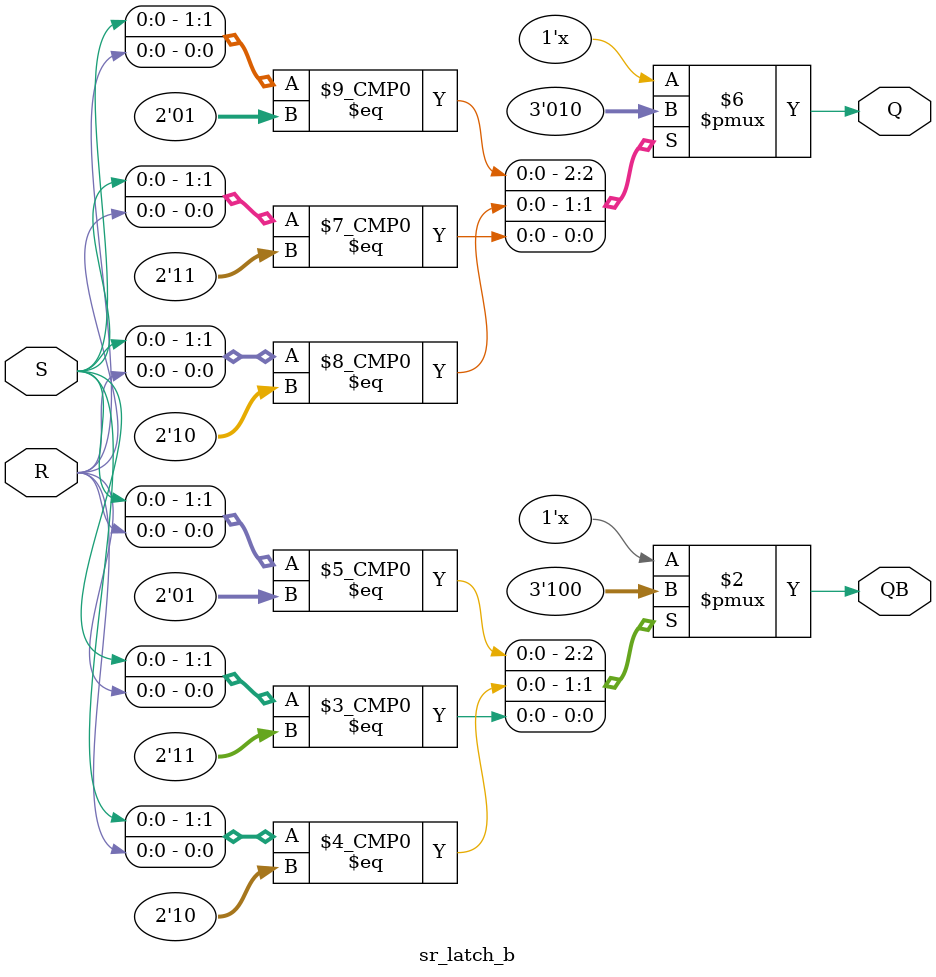
<source format=v>
`timescale 1ns / 1ps

module sr_latch_b(
    input S,
    input R,
    output reg Q,
    output reg QB
    );
always @(S,R)
begin 
case({S,R})
0:begin
   Q <= Q;
   QB <= QB;
end
1:begin
   Q <= 1'b0;
   QB <= 1'b1;
end
2:begin
   Q <= 1'b1;
   QB <= 1'b0;
end
3:begin
   Q <= 0;
   QB <= 0;
end
endcase

end
endmodule
</source>
